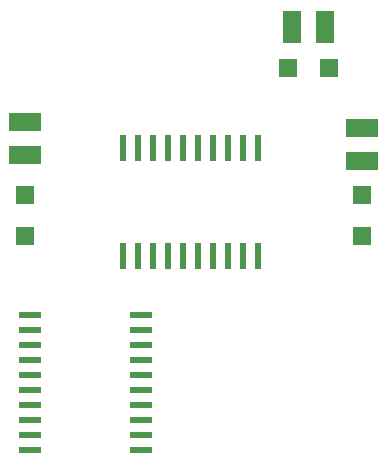
<source format=gbr>
G04 EAGLE Gerber X2 export*
%TF.Part,Single*%
%TF.FileFunction,Paste,Top*%
%TF.FilePolarity,Positive*%
%TF.GenerationSoftware,Autodesk,EAGLE,9.1.0*%
%TF.CreationDate,2018-12-20T05:45:18Z*%
G75*
%MOMM*%
%FSLAX34Y34*%
%LPD*%
%AMOC8*
5,1,8,0,0,1.08239X$1,22.5*%
G01*
%ADD10R,0.600000X2.200000*%
%ADD11R,1.981200X0.558800*%
%ADD12R,2.700000X1.600000*%
%ADD13R,1.600000X2.700000*%
%ADD14R,1.500000X1.500000*%


D10*
X120650Y215300D03*
X196850Y307300D03*
X107950Y215300D03*
X133350Y215300D03*
X146050Y215300D03*
X184150Y307300D03*
X209550Y307300D03*
X222250Y307300D03*
X171450Y215300D03*
X209550Y215300D03*
X158750Y215300D03*
X184150Y215300D03*
X222250Y215300D03*
X196850Y215300D03*
X171450Y307300D03*
X158750Y307300D03*
X146050Y307300D03*
X133350Y307300D03*
X120650Y307300D03*
X107950Y307300D03*
D11*
X123190Y51750D03*
X123190Y64450D03*
X123190Y77150D03*
X123190Y89850D03*
X123190Y102550D03*
X123190Y115250D03*
X123190Y127950D03*
X123190Y140650D03*
X123190Y153350D03*
X123190Y166050D03*
X29210Y166050D03*
X29210Y153350D03*
X29210Y140650D03*
X29210Y127950D03*
X29210Y115250D03*
X29210Y102550D03*
X29210Y89850D03*
X29210Y77150D03*
X29210Y64450D03*
X29210Y51750D03*
D12*
X310000Y324000D03*
X310000Y296000D03*
X25000Y329000D03*
X25000Y301000D03*
D13*
X279000Y410000D03*
X251000Y410000D03*
D14*
X310000Y267500D03*
X310000Y232500D03*
X25000Y267500D03*
X25000Y232500D03*
X247500Y375000D03*
X282500Y375000D03*
M02*

</source>
